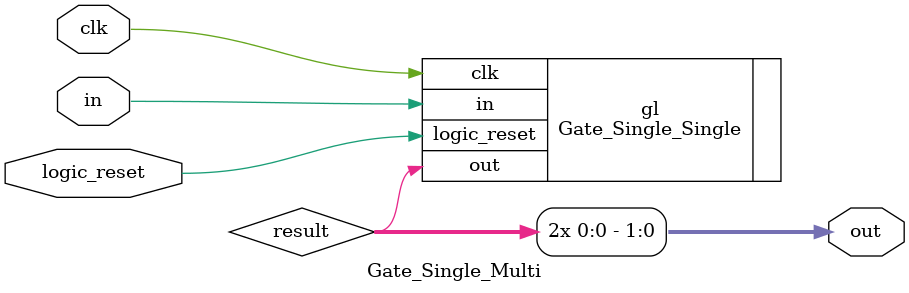
<source format=v>
module Gate_Single_Multi #(
    parameter OUTPUT_COUNT = 2
)(        
    input wire clk,
    input wire logic_reset,       
    input wire in, 
    output wire [OUTPUT_COUNT-1:0] out
);

    wire result;

    assign out = {OUTPUT_COUNT{result}};

    Gate_Single_Single gl (
        .clk(clk),
        .logic_reset(logic_reset),
        .in(in),
        .out(result)
    );

endmodule
</source>
